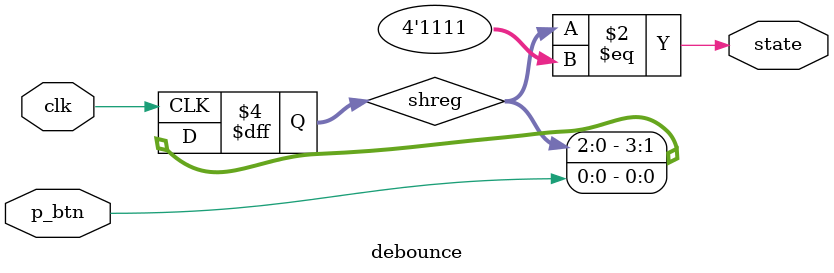
<source format=v>
module top (
    input clk,
    input btn1,
    input btn2,
    output [5:0] led
);

    localparam WAIT_TIME = 13500000;
    reg [5:0] ledCounter = 0;
    reg [23:0] clockCounter = 0;
    wire paused;
    wire reset;
    togglebutton tbtn1 (
        !btn1,
        clk,
        paused
    );
    debounce dbtn2 (
        !btn2,
        clk,
        reset
    );

    always @(posedge clk) begin
        clockCounter <= clockCounter + 1;
        if (clockCounter == WAIT_TIME) begin
            clockCounter <= 0;
            ledCounter   <= ledCounter + 1;
        end

        if (paused) begin
            clockCounter <= 0;
        end

        if (reset) begin
            ledCounter <= 0;
        end
    end

    assign led = ledCounter + 1;
endmodule

module togglebutton (
    input p_btn,
    input clk,
    output reg state
);
    reg prev_state = 1'b0;
    debounce db (
        p_btn,
        clk,
        next_state
    );

    always @(posedge clk) begin
        if (next_state & !prev_state) begin
            state <= ~state;
        end

        prev_state <= next_state;
    end
endmodule


module debounce (
    input p_btn,
    input clk,
    output reg state
);
    reg [3:0] shreg = 4'b0000;

    always @(posedge clk) begin
        shreg <= {shreg[2:0], p_btn};
    end

    // all of shreg &
    assign state = shreg == 4'b1111;
endmodule

</source>
